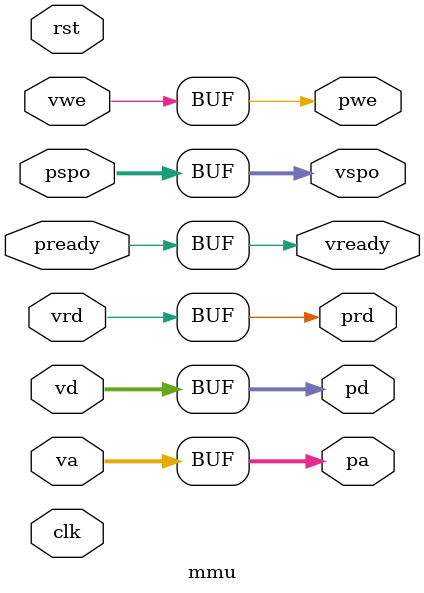
<source format=v>
`timescale 1ns / 1ps

module mmu
    (
        input clk, 
        input rst, 

        input [31:0]va,
        input [31:0]vd,
        input vwe, 
        input vrd, 
        output reg [31:0]vspo, 
        output reg vready,

        output reg [31:0]pa,
        output reg [31:0]pd,
        output reg pwe, 
        output reg prd, 
        input [31:0]pspo, 
        input pready
    );

    reg [31:0]ptbr = 0; // page table base register
    reg enabled = 0;

    //reg [31:0]pa_bak = 32'hffffffff;

    localparam IDLE = 4'h0;
    localparam CHECK_RANGE = 4'h1;
    localparam READ_PT = 4'h2;
    localparam MEM_WAIT = 4'hf;
    reg [3:0]phase = IDLE;

    always @ (posedge clk) begin
        if (rst) begin
            ptbr <= 0;
            enabled <= 0;
            phase <= IDLE;
            //pa_bak <= 32'hffffffff;
        end
        else begin
            //if (pready) pa_bak <= va;
            //pa_bak <= pa;

        end
    end

    //always @ (*) begin
        //if (!pready) begin // lock value until ready
            ////pa = pa_bak;
            //pa = 0;
        //end
        //else pa = va;
    //end

    always @ (*) begin
        pa = va;
        pd = vd;
        pwe = vwe; 
        prd = vrd;
        vspo = pspo;
        vready = pready;
        if (enabled) begin // paging ON
        end
    end

endmodule

</source>
